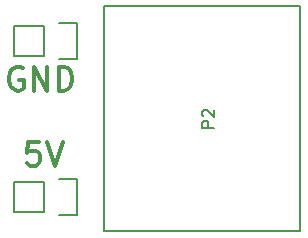
<source format=gto>
G04 #@! TF.FileFunction,Legend,Top*
%FSLAX46Y46*%
G04 Gerber Fmt 4.6, Leading zero omitted, Abs format (unit mm)*
G04 Created by KiCad (PCBNEW 4.0.1-2.fc23-product) date Tue 19 Jan 2016 10:13:06 PM CET*
%MOMM*%
G01*
G04 APERTURE LIST*
%ADD10C,0.100000*%
%ADD11C,0.150000*%
%ADD12C,0.300000*%
G04 APERTURE END LIST*
D10*
D11*
X179070000Y-101346000D02*
X176530000Y-101346000D01*
X181890000Y-101626000D02*
X180340000Y-101626000D01*
X179070000Y-101346000D02*
X179070000Y-98806000D01*
X180340000Y-98526000D02*
X181890000Y-98526000D01*
X181890000Y-98526000D02*
X181890000Y-101626000D01*
X179070000Y-98806000D02*
X176530000Y-98806000D01*
X176530000Y-98806000D02*
X176530000Y-101346000D01*
X179070000Y-114554000D02*
X176530000Y-114554000D01*
X181890000Y-114834000D02*
X180340000Y-114834000D01*
X179070000Y-114554000D02*
X179070000Y-112014000D01*
X180340000Y-111734000D02*
X181890000Y-111734000D01*
X181890000Y-111734000D02*
X181890000Y-114834000D01*
X179070000Y-112014000D02*
X176530000Y-112014000D01*
X176530000Y-112014000D02*
X176530000Y-114554000D01*
X184150000Y-116205000D02*
X200780000Y-116205000D01*
X184150000Y-97155000D02*
X184150000Y-116205000D01*
X200780000Y-97155000D02*
X184150000Y-97155000D01*
X200780000Y-116205000D02*
X200780000Y-97155000D01*
D12*
X177292191Y-102378000D02*
X177101714Y-102282762D01*
X176816000Y-102282762D01*
X176530286Y-102378000D01*
X176339810Y-102568476D01*
X176244571Y-102758952D01*
X176149333Y-103139905D01*
X176149333Y-103425619D01*
X176244571Y-103806571D01*
X176339810Y-103997048D01*
X176530286Y-104187524D01*
X176816000Y-104282762D01*
X177006476Y-104282762D01*
X177292191Y-104187524D01*
X177387429Y-104092286D01*
X177387429Y-103425619D01*
X177006476Y-103425619D01*
X178244571Y-104282762D02*
X178244571Y-102282762D01*
X179387429Y-104282762D01*
X179387429Y-102282762D01*
X180339809Y-104282762D02*
X180339809Y-102282762D01*
X180816000Y-102282762D01*
X181101714Y-102378000D01*
X181292190Y-102568476D01*
X181387429Y-102758952D01*
X181482667Y-103139905D01*
X181482667Y-103425619D01*
X181387429Y-103806571D01*
X181292190Y-103997048D01*
X181101714Y-104187524D01*
X180816000Y-104282762D01*
X180339809Y-104282762D01*
X178689047Y-108632762D02*
X177736666Y-108632762D01*
X177641428Y-109585143D01*
X177736666Y-109489905D01*
X177927143Y-109394667D01*
X178403333Y-109394667D01*
X178593809Y-109489905D01*
X178689047Y-109585143D01*
X178784286Y-109775619D01*
X178784286Y-110251810D01*
X178689047Y-110442286D01*
X178593809Y-110537524D01*
X178403333Y-110632762D01*
X177927143Y-110632762D01*
X177736666Y-110537524D01*
X177641428Y-110442286D01*
X179355714Y-108632762D02*
X180022381Y-110632762D01*
X180689048Y-108632762D01*
D11*
X193492381Y-107418095D02*
X192492381Y-107418095D01*
X192492381Y-107037142D01*
X192540000Y-106941904D01*
X192587619Y-106894285D01*
X192682857Y-106846666D01*
X192825714Y-106846666D01*
X192920952Y-106894285D01*
X192968571Y-106941904D01*
X193016190Y-107037142D01*
X193016190Y-107418095D01*
X192587619Y-106465714D02*
X192540000Y-106418095D01*
X192492381Y-106322857D01*
X192492381Y-106084761D01*
X192540000Y-105989523D01*
X192587619Y-105941904D01*
X192682857Y-105894285D01*
X192778095Y-105894285D01*
X192920952Y-105941904D01*
X193492381Y-106513333D01*
X193492381Y-105894285D01*
M02*

</source>
